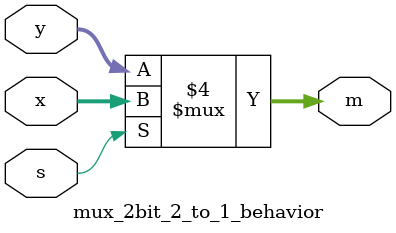
<source format=v>
`timescale 1ns / 1ps

module mux_2bit_2_to_1_behavior(
    input [1:0] x,
    input [1:0] y,
    input s,
    output reg [1:0] m
    );
      
   
	always @ (x or y or s)
	begin
          if(s==0)
             m=y;
          else
             m=x;
	end

endmodule

</source>
